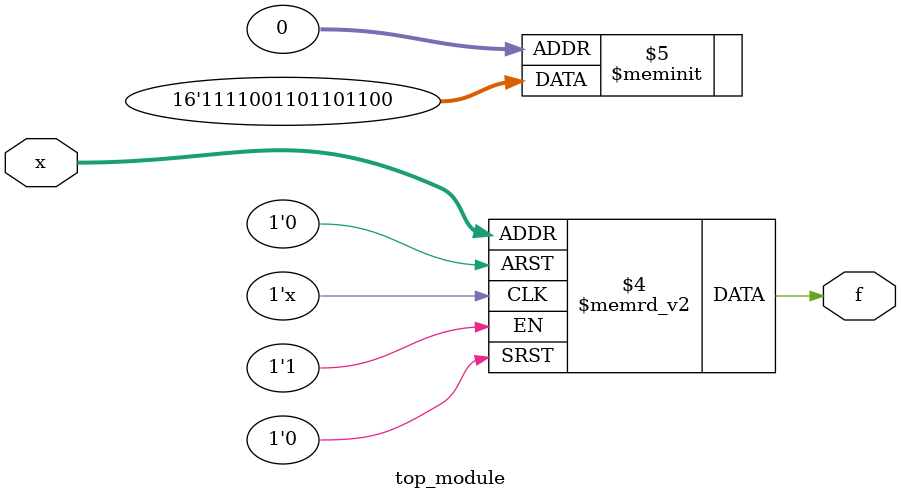
<source format=sv>
module top_module (
    input [4:1] x,
    output logic f
);

    always @(*) begin
        case (x)
            4'b0000: f = 1'b0;
            4'b0001: f = 1'b0;
            4'b0010: f = 1'b1;
            4'b0011: f = 1'b1;
            4'b0100: f = 1'b0;
            4'b0101: f = 1'b1;
            4'b0110: f = 1'b1;
            4'b0111: f = 1'b0;
            4'b1000: f = 1'b1;
            4'b1001: f = 1'b1;
            4'b1010: f = 1'b0;
            4'b1011: f = 1'b0;
            4'b1100: f = 1'b1;
            4'b1101: f = 1'b1;
            4'b1110: f = 1'b1;
            4'b1111: f = 1'b1;
            default: f = 1'b0;
        endcase
    end

endmodule

</source>
